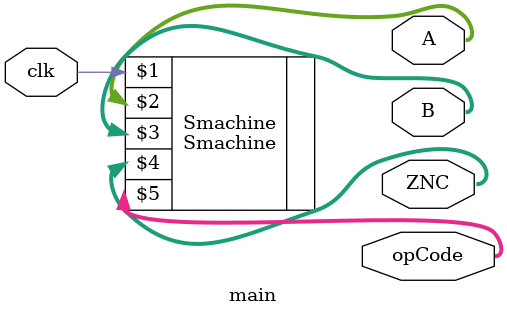
<source format=v>

module main(clk,A,B,ZNC,opCode);

    // Clock
    input clk;

    // Register Outpus
    output [15:0] A,B,opCode;
    output [2:0] ZNC;

    // S-machine
    Smachine Smachine(clk,A,B,ZNC,opCode);
endmodule
</source>
